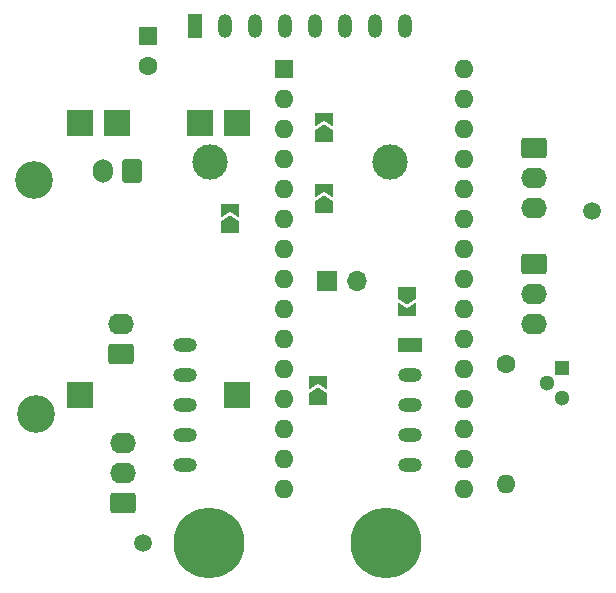
<source format=gbr>
%TF.GenerationSoftware,KiCad,Pcbnew,(5.99.0-10431-gb63c482347)*%
%TF.CreationDate,2021-08-10T09:59:27+02:00*%
%TF.ProjectId,boitarire,626f6974-6172-4697-9265-2e6b69636164,rev?*%
%TF.SameCoordinates,Original*%
%TF.FileFunction,Soldermask,Top*%
%TF.FilePolarity,Negative*%
%FSLAX46Y46*%
G04 Gerber Fmt 4.6, Leading zero omitted, Abs format (unit mm)*
G04 Created by KiCad (PCBNEW (5.99.0-10431-gb63c482347)) date 2021-08-10 09:59:27*
%MOMM*%
%LPD*%
G01*
G04 APERTURE LIST*
G04 Aperture macros list*
%AMRoundRect*
0 Rectangle with rounded corners*
0 $1 Rounding radius*
0 $2 $3 $4 $5 $6 $7 $8 $9 X,Y pos of 4 corners*
0 Add a 4 corners polygon primitive as box body*
4,1,4,$2,$3,$4,$5,$6,$7,$8,$9,$2,$3,0*
0 Add four circle primitives for the rounded corners*
1,1,$1+$1,$2,$3*
1,1,$1+$1,$4,$5*
1,1,$1+$1,$6,$7*
1,1,$1+$1,$8,$9*
0 Add four rect primitives between the rounded corners*
20,1,$1+$1,$2,$3,$4,$5,0*
20,1,$1+$1,$4,$5,$6,$7,0*
20,1,$1+$1,$6,$7,$8,$9,0*
20,1,$1+$1,$8,$9,$2,$3,0*%
%AMFreePoly0*
4,1,6,1.000000,0.000000,0.500000,-0.750000,-0.500000,-0.750000,-0.500000,0.750000,0.500000,0.750000,1.000000,0.000000,1.000000,0.000000,$1*%
%AMFreePoly1*
4,1,6,0.500000,-0.750000,-0.650000,-0.750000,-0.150000,0.000000,-0.650000,0.750000,0.500000,0.750000,0.500000,-0.750000,0.500000,-0.750000,$1*%
G04 Aperture macros list end*
%ADD10C,1.500000*%
%ADD11R,2.250000X2.250000*%
%ADD12C,3.200000*%
%ADD13FreePoly0,270.000000*%
%ADD14FreePoly1,270.000000*%
%ADD15FreePoly0,90.000000*%
%ADD16FreePoly1,90.000000*%
%ADD17R,1.700000X1.700000*%
%ADD18O,1.700000X1.700000*%
%ADD19R,1.600000X1.600000*%
%ADD20O,1.600000X1.600000*%
%ADD21C,3.000000*%
%ADD22R,1.200000X2.000000*%
%ADD23O,1.200000X2.000000*%
%ADD24RoundRect,0.250000X-0.845000X0.620000X-0.845000X-0.620000X0.845000X-0.620000X0.845000X0.620000X0*%
%ADD25O,2.190000X1.740000*%
%ADD26RoundRect,0.250000X0.845000X-0.620000X0.845000X0.620000X-0.845000X0.620000X-0.845000X-0.620000X0*%
%ADD27RoundRect,0.250000X0.600000X0.750000X-0.600000X0.750000X-0.600000X-0.750000X0.600000X-0.750000X0*%
%ADD28O,1.700000X2.000000*%
%ADD29R,1.300000X1.300000*%
%ADD30C,1.300000*%
%ADD31C,1.600000*%
%ADD32R,2.000000X1.200000*%
%ADD33O,2.000000X1.200000*%
%ADD34C,6.000000*%
G04 APERTURE END LIST*
D10*
%TO.C,REF\u002A\u002A*%
X188200000Y-61800000D03*
%TD*%
%TO.C,REF\u002A\u002A*%
X150200000Y-89900000D03*
%TD*%
D11*
%TO.C,U2*%
X144850000Y-77350000D03*
X158150000Y-77350000D03*
X148000000Y-54350000D03*
X155000000Y-54350000D03*
X144850000Y-54350000D03*
X158150000Y-54350000D03*
%TD*%
D12*
%TO.C,H103*%
X141100000Y-79000000D03*
%TD*%
D13*
%TO.C,JP2*%
X172500000Y-68775000D03*
D14*
X172500000Y-70225000D03*
%TD*%
D15*
%TO.C,JP1*%
X165500000Y-61475000D03*
D16*
X165500000Y-60025000D03*
%TD*%
D15*
%TO.C,JP3*%
X165500000Y-55475000D03*
D16*
X165500000Y-54025000D03*
%TD*%
D15*
%TO.C,JP5*%
X165000000Y-77725000D03*
D16*
X165000000Y-76275000D03*
%TD*%
D15*
%TO.C,JP4*%
X157500000Y-63200000D03*
D16*
X157500000Y-61750000D03*
%TD*%
D17*
%TO.C,SW1*%
X165725000Y-67750000D03*
D18*
X168265000Y-67750000D03*
%TD*%
D12*
%TO.C,H104*%
X140900000Y-59200000D03*
%TD*%
D19*
%TO.C,A1*%
X162140000Y-49750000D03*
D20*
X162140000Y-52290000D03*
X162140000Y-54830000D03*
X162140000Y-57370000D03*
X162140000Y-59910000D03*
X162140000Y-62450000D03*
X162140000Y-64990000D03*
X162140000Y-67530000D03*
X162140000Y-70070000D03*
X162140000Y-72610000D03*
X162140000Y-75150000D03*
X162140000Y-77690000D03*
X162140000Y-80230000D03*
X162140000Y-82770000D03*
X162140000Y-85310000D03*
X177380000Y-85310000D03*
X177380000Y-82770000D03*
X177380000Y-80230000D03*
X177380000Y-77690000D03*
X177380000Y-75150000D03*
X177380000Y-72610000D03*
X177380000Y-70070000D03*
X177380000Y-67530000D03*
X177380000Y-64990000D03*
X177380000Y-62450000D03*
X177380000Y-59910000D03*
X177380000Y-57370000D03*
X177380000Y-54830000D03*
X177380000Y-52290000D03*
X177380000Y-49750000D03*
%TD*%
D21*
%TO.C,U1*%
X155880000Y-57625000D03*
X171120000Y-57625000D03*
D22*
X154610000Y-46125000D03*
D23*
X157150000Y-46125000D03*
X159690000Y-46125000D03*
X162230000Y-46125000D03*
X164770000Y-46125000D03*
X167310000Y-46125000D03*
X169850000Y-46125000D03*
X172390000Y-46125000D03*
%TD*%
D24*
%TO.C,J4*%
X183250000Y-66250000D03*
D25*
X183250000Y-68790000D03*
X183250000Y-71330000D03*
%TD*%
D26*
%TO.C,J3*%
X148300000Y-73900000D03*
D25*
X148300000Y-71360000D03*
%TD*%
D27*
%TO.C,J1*%
X149250000Y-58450000D03*
D28*
X146750000Y-58450000D03*
%TD*%
D26*
%TO.C,J2*%
X148500000Y-86500000D03*
D25*
X148500000Y-83960000D03*
X148500000Y-81420000D03*
%TD*%
D29*
%TO.C,Q2*%
X185600000Y-75100000D03*
D30*
X184330000Y-76370000D03*
X185600000Y-77640000D03*
%TD*%
D24*
%TO.C,J5*%
X183250000Y-56500000D03*
D25*
X183250000Y-59040000D03*
X183250000Y-61580000D03*
%TD*%
D19*
%TO.C,C1*%
X150600000Y-47000000D03*
D31*
X150600000Y-49500000D03*
%TD*%
D32*
%TO.C,U3*%
X172750000Y-73170000D03*
D33*
X172750000Y-75710000D03*
X172750000Y-78250000D03*
X172750000Y-80790000D03*
X172750000Y-83330000D03*
X153750000Y-83330000D03*
X153750000Y-80790000D03*
X153750000Y-78250000D03*
X153750000Y-75710000D03*
X153750000Y-73170000D03*
D34*
X170750000Y-89950000D03*
X155750000Y-89950000D03*
%TD*%
D31*
%TO.C,R2*%
X180900000Y-74720000D03*
D20*
X180900000Y-84880000D03*
%TD*%
M02*

</source>
